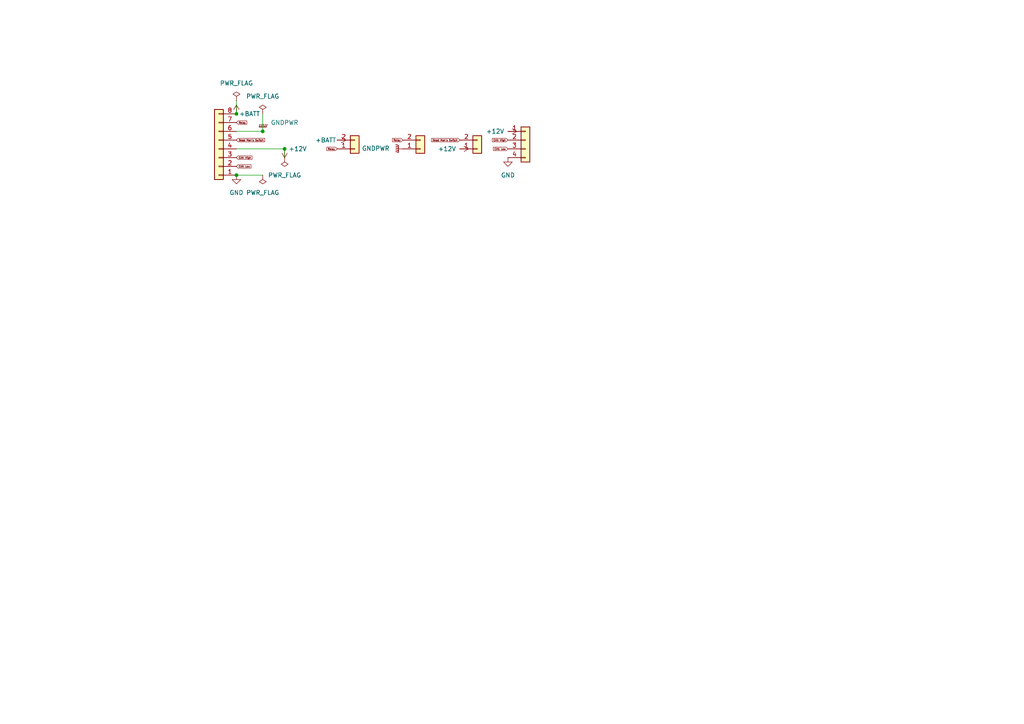
<source format=kicad_sch>
(kicad_sch (version 20250114) (generator "eeschema") (generator_version "9.0")
  (paper "A4")
  (lib_symbols
    (symbol "Connector_Generic:Conn_01x02" (pin_names (offset 1.016) (hide yes))
      (property "Reference" "J" (at 0 2.54 0))
      (property "Value" "Conn_01x02" (at 0 -5.08 0))
      (symbol "Conn_01x02_1_1"
        (rectangle (start -1.27 1.27) (end 1.27 -3.81) (stroke (width 0.254)) (fill (type background)))
        (rectangle (start -1.27 0.127) (end 0 -0.127) (stroke (width 0.1524)))
        (rectangle (start -1.27 -2.413) (end 0 -2.667) (stroke (width 0.1524)))
        (pin passive line (at -5.08 0 0) (length 3.81) (name "Pin_1") (number "1"))
        (pin passive line (at -5.08 -2.54 0) (length 3.81) (name "Pin_2") (number "2"))
      )
    )
    (symbol "Connector_Generic:Conn_01x04" (pin_names (offset 1.016) (hide yes))
      (property "Reference" "J" (at 0 5.08 0))
      (property "Value" "Conn_01x04" (at 0 -7.62 0))
      (symbol "Conn_01x04_1_1"
        (rectangle (start -1.27 3.81) (end 1.27 -6.35) (stroke (width 0.254)) (fill (type background)))
        (rectangle (start -1.27 2.667) (end 0 2.413) (stroke (width 0.1524)))
        (rectangle (start -1.27 0.127) (end 0 -0.127) (stroke (width 0.1524)))
        (rectangle (start -1.27 -2.413) (end 0 -2.667) (stroke (width 0.1524)))
        (rectangle (start -1.27 -4.953) (end 0 -5.207) (stroke (width 0.1524)))
        (pin passive line (at -5.08 2.54 0) (length 3.81) (name "Pin_1") (number "1"))
        (pin passive line (at -5.08 0 0) (length 3.81) (name "Pin_2") (number "2"))
        (pin passive line (at -5.08 -2.54 0) (length 3.81) (name "Pin_3") (number "3"))
        (pin passive line (at -5.08 -5.08 0) (length 3.81) (name "Pin_4") (number "4"))
      )
    )
    (symbol "Connector_Generic:Conn_01x08" (pin_names (offset 1.016) (hide yes))
      (property "Reference" "J" (at 0 10.16 0))
      (property "Value" "Conn_01x08" (at 0 -12.7 0))
      (symbol "Conn_01x08_1_1"
        (rectangle (start -1.27 8.89) (end 1.27 -11.43) (stroke (width 0.254)) (fill (type background)))
        (rectangle (start -1.27 7.747) (end 0 7.493) (stroke (width 0.1524)))
        (rectangle (start -1.27 5.207) (end 0 4.953) (stroke (width 0.1524)))
        (rectangle (start -1.27 2.667) (end 0 2.413) (stroke (width 0.1524)))
        (rectangle (start -1.27 0.127) (end 0 -0.127) (stroke (width 0.1524)))
        (rectangle (start -1.27 -2.413) (end 0 -2.667) (stroke (width 0.1524)))
        (rectangle (start -1.27 -4.953) (end 0 -5.207) (stroke (width 0.1524)))
        (rectangle (start -1.27 -7.493) (end 0 -7.747) (stroke (width 0.1524)))
        (rectangle (start -1.27 -10.033) (end 0 -10.287) (stroke (width 0.1524)))
        (pin passive line (at -5.08 7.62 0) (length 3.81) (name "Pin_1") (number "1"))
        (pin passive line (at -5.08 5.08 0) (length 3.81) (name "Pin_2") (number "2"))
        (pin passive line (at -5.08 2.54 0) (length 3.81) (name "Pin_3") (number "3"))
        (pin passive line (at -5.08 0 0) (length 3.81) (name "Pin_4") (number "4"))
        (pin passive line (at -5.08 -2.54 0) (length 3.81) (name "Pin_5") (number "5"))
        (pin passive line (at -5.08 -5.08 0) (length 3.81) (name "Pin_6") (number "6"))
        (pin passive line (at -5.08 -7.62 0) (length 3.81) (name "Pin_7") (number "7"))
        (pin passive line (at -5.08 -10.16 0) (length 3.81) (name "Pin_8") (number "8"))
      )
    )
    (symbol "power:+12V" (power) (pin_numbers (hide yes)) (pin_names (offset 0) (hide yes))
      (property "Value" "+12V" (at 0 3.556 0))
      (symbol "+12V_0_1"
        (polyline (pts (xy -0.762 1.27) (xy 0 2.54)))
        (polyline (pts (xy 0 2.54) (xy 0.762 1.27)))
        (polyline (pts (xy 0 0) (xy 0 2.54)))
      )
      (symbol "+12V_1_1"
        (pin power_in line (at 0 0 90) (length 0) (name "~") (number "1"))
      )
    )
    (symbol "power:+BATT" (power) (pin_numbers (hide yes)) (pin_names (offset 0) (hide yes))
      (property "Value" "+BATT" (at 0 3.556 0))
      (symbol "+BATT_0_1"
        (polyline (pts (xy -0.762 1.27) (xy 0 2.54)))
        (polyline (pts (xy 0 2.54) (xy 0.762 1.27)))
        (polyline (pts (xy 0 0) (xy 0 2.54)))
      )
      (symbol "+BATT_1_1"
        (pin power_in line (at 0 0 90) (length 0) (name "~") (number "1"))
      )
    )
    (symbol "power:GND" (power) (pin_numbers (hide yes)) (pin_names (offset 0) (hide yes))
      (property "Value" "GND" (at 0 -3.81 0))
      (symbol "GND_0_1"
        (polyline (pts (xy 0 0) (xy 0 -1.27) (xy 1.27 -1.27) (xy 0 -2.54) (xy -1.27 -1.27) (xy 0 -1.27)))
      )
      (symbol "GND_1_1"
        (pin power_in line (at 0 0 270) (length 0) (name "~") (number "1"))
      )
    )
    (symbol "power:GNDPWR" (power) (pin_numbers (hide yes)) (pin_names (offset 0) (hide yes))
      (property "Value" "GNDPWR" (at 0 -3.302 0))
      (symbol "GNDPWR_0_1"
        (polyline (pts (xy -1.016 -1.27) (xy -1.27 -2.032) (xy -1.27 -2.032)) (stroke (width 0.2032)))
        (polyline (pts (xy -0.508 -1.27) (xy -0.762 -2.032) (xy -0.762 -2.032)) (stroke (width 0.2032)))
        (polyline (pts (xy 0 -1.27) (xy 0 0)))
        (polyline (pts (xy 0 -1.27) (xy -0.254 -2.032) (xy -0.254 -2.032)) (stroke (width 0.2032)))
        (polyline (pts (xy 0.508 -1.27) (xy 0.254 -2.032) (xy 0.254 -2.032)) (stroke (width 0.2032)))
        (polyline (pts (xy 1.016 -1.27) (xy -1.016 -1.27) (xy -1.016 -1.27)) (stroke (width 0.2032)))
        (polyline (pts (xy 1.016 -1.27) (xy 0.762 -2.032) (xy 0.762 -2.032) (xy 0.762 -2.032)) (stroke (width 0.2032)))
      )
      (symbol "GNDPWR_1_1"
        (pin power_in line (at 0 0 270) (length 0) (name "~") (number "1"))
      )
    )
    (symbol "power:PWR_FLAG" (power) (pin_numbers (hide yes)) (pin_names (offset 0) (hide yes))
      (property "Value" "PWR_FLAG" (at 0 3.81 0))
      (symbol "PWR_FLAG_0_0"
        (pin power_out line (at 0 0 90) (length 0) (name "~") (number "1"))
      )
      (symbol "PWR_FLAG_0_1"
        (polyline (pts (xy 0 0) (xy 0 1.27) (xy -1.016 1.905) (xy 0 2.54) (xy 1.016 1.905) (xy 0 1.27)))
      )
    )
  )
  (junction (at 82.55 43.18))
  (junction (at 68.58 33.02))
  (junction (at 68.58 50.8))
  (junction (at 76.2 38.1))
  (wire (pts (xy 76.2 33.02) (xy 76.2 38.1)))
  (wire (pts (xy 68.58 43.18) (xy 82.55 43.18)))
  (wire (pts (xy 68.58 50.8) (xy 76.2 50.8)))
  (wire (pts (xy 68.58 38.1) (xy 76.2 38.1)))
  (wire (pts (xy 82.55 43.18) (xy 82.55 45.72)))
  (wire (pts (xy 68.58 29.21) (xy 68.58 33.02)))
  (global_label "Relay" (shape input) (at 97.79 43.18 180) (effects (font (size 0.508 0.508))) (property "Intersheetrefs" "${INTERSHEET_REFS}" (effects (hide yes))))
  (global_label "CAN Low" (shape input) (at 147.32 43.18 180) (effects (font (size 0.508 0.508))) (property "Intersheetrefs" "${INTERSHEET_REFS}" (effects (hide yes))))
  (global_label "Dead Man's Switch" (shape input) (at 133.35 40.64 180) (effects (font (size 0.508 0.508))) (property "Intersheetrefs" "${INTERSHEET_REFS}" (effects (hide yes))))
  (global_label "Relay" (shape input) (at 68.58 35.56 0) (effects (font (size 0.508 0.508))) (property "Intersheetrefs" "${INTERSHEET_REFS}" (effects (hide yes))))
  (global_label "Dead Man's Switch" (shape input) (at 68.58 40.64 0) (effects (font (size 0.508 0.508))) (property "Intersheetrefs" "${INTERSHEET_REFS}" (effects (hide yes))))
  (global_label "CAN High" (shape input) (at 68.58 45.72 0) (effects (font (size 0.508 0.508))) (property "Intersheetrefs" "${INTERSHEET_REFS}" (effects (hide yes))))
  (global_label "CAN High" (shape input) (at 147.32 40.64 180) (effects (font (size 0.508 0.508))) (property "Intersheetrefs" "${INTERSHEET_REFS}" (effects (hide yes))))
  (global_label "Relay" (shape input) (at 116.84 40.64 180) (effects (font (size 0.508 0.508))) (property "Intersheetrefs" "${INTERSHEET_REFS}" (effects (hide yes))))
  (global_label "CAN Low" (shape input) (at 68.58 48.26 0) (effects (font (size 0.508 0.508))) (property "Intersheetrefs" "${INTERSHEET_REFS}" (effects (hide yes))))
  (symbol (lib_id "power:PWR_FLAG") (at 68.58 29.21 0) (unit 1)
    (property "Reference" "#FLG07" (effects (hide yes)))
    (property "Value" "PWR_FLAG" (at 68.58 24.13 0))
    (property "Description" "Special symbol for telling ERC where power comes from" (effects (hide yes)))
  )
  (symbol (lib_id "power:+12V") (at 147.32 38.1 270) (unit 1)
    (property "Reference" "#PWR014" (effects (hide yes)))
    (property "Value" "+12V" (at 140.97 38.1 90) (effects (justify left)))
    (property "Description" "Power symbol creates a global label with name \"+12V\"" (effects (hide yes)))
  )
  (symbol (lib_id "Connector_Generic:Conn_01x02") (at 102.87 43.18 0) (mirror x) (unit 1)
    (property "Reference" "J6" (effects (hide yes)))
    (property "Value" "Conn_01x02" (effects (hide yes)))
    (property "Footprint" "Connector_PinHeader_2.54mm:PinHeader_1x02_P2.54mm_Vertical" (effects (hide yes)))
    (property "Description" "Generic connector, single row, 01x02, script generated (kicad-library-utils/schlib/autogen/connector/)" (effects (hide yes)))
  )
  (symbol (lib_id "Connector_Generic:Conn_01x02") (at 121.92 43.18 0) (mirror x) (unit 1)
    (property "Reference" "J7" (effects (hide yes)))
    (property "Value" "Conn_01x02" (effects (hide yes)))
    (property "Footprint" "Connector_PinHeader_2.54mm:PinHeader_1x02_P2.54mm_Vertical" (effects (hide yes)))
    (property "Description" "Generic connector, single row, 01x02, script generated (kicad-library-utils/schlib/autogen/connector/)" (effects (hide yes)))
  )
  (symbol (lib_id "power:+12V") (at 133.35 43.18 270) (unit 1)
    (property "Reference" "#PWR09" (effects (hide yes)))
    (property "Value" "+12V" (at 127 43.18 90) (effects (justify left)))
    (property "Description" "Power symbol creates a global label with name \"+12V\"" (effects (hide yes)))
  )
  (symbol (lib_id "power:PWR_FLAG") (at 76.2 50.8 180) (unit 1)
    (property "Reference" "#FLG01" (effects (hide yes)))
    (property "Value" "PWR_FLAG" (at 76.2 55.88 0))
    (property "Description" "Special symbol for telling ERC where power comes from" (effects (hide yes)))
  )
  (symbol (lib_id "power:GNDPWR") (at 76.2 38.1 180) (unit 1)
    (property "Reference" "#PWR012" (effects (hide yes)))
    (property "Value" "GNDPWR" (at 82.55 35.56 0))
    (property "Description" "Power symbol creates a global label with name \"GNDPWR\" , global ground" (effects (hide yes)))
  )
  (symbol (lib_id "power:GNDPWR") (at 116.84 43.18 270) (unit 1)
    (property "Reference" "#PWR08" (effects (hide yes)))
    (property "Value" "GNDPWR" (at 113.03 43.0529 90) (effects (justify right)))
    (property "Description" "Power symbol creates a global label with name \"GNDPWR\" , global ground" (effects (hide yes)))
  )
  (symbol (lib_id "power:GND") (at 147.32 45.72 0) (unit 1)
    (property "Reference" "#PWR02" (effects (hide yes)))
    (property "Value" "GND" (at 147.32 50.8 0))
    (property "Description" "Power symbol creates a global label with name \"GND\" , ground" (effects (hide yes)))
  )
  (symbol (lib_id "Connector_Generic:Conn_01x04") (at 152.4 40.64 0) (unit 1)
    (property "Reference" "J10" (effects (hide yes)))
    (property "Value" "Conn_01x04" (effects (hide yes)))
    (property "Footprint" "Connector_PinHeader_2.54mm:PinHeader_1x04_P2.54mm_Vertical" (effects (hide yes)))
    (property "Description" "Generic connector, single row, 01x04, script generated (kicad-library-utils/schlib/autogen/connector/)" (effects (hide yes)))
  )
  (symbol (lib_id "power:PWR_FLAG") (at 82.55 45.72 180) (unit 1)
    (property "Reference" "#FLG09" (effects (hide yes)))
    (property "Value" "PWR_FLAG" (at 82.55 50.8 0))
    (property "Description" "Special symbol for telling ERC where power comes from" (effects (hide yes)))
  )
  (symbol (lib_id "Connector_Generic:Conn_01x02") (at 138.43 43.18 0) (mirror x) (unit 1)
    (property "Reference" "J8" (effects (hide yes)))
    (property "Value" "Conn_01x02" (effects (hide yes)))
    (property "Footprint" "Connector_PinHeader_2.54mm:PinHeader_1x02_P2.54mm_Vertical" (effects (hide yes)))
    (property "Description" "Generic connector, single row, 01x02, script generated (kicad-library-utils/schlib/autogen/connector/)" (effects (hide yes)))
  )
  (symbol (lib_id "power:+BATT") (at 68.58 33.02 0) (unit 1)
    (property "Reference" "#PWR010" (effects (hide yes)))
    (property "Value" "+BATT" (at 72.39 33.02 0))
    (property "Description" "Power symbol creates a global label with name \"+BATT\"" (effects (hide yes)))
  )
  (symbol (lib_id "power:+BATT") (at 97.79 40.64 270) (unit 1)
    (property "Reference" "#PWR07" (effects (hide yes)))
    (property "Value" "+BATT" (at 91.44 40.64 90) (effects (justify left)))
    (property "Description" "Power symbol creates a global label with name \"+BATT\"" (effects (hide yes)))
  )
  (symbol (lib_id "power:+12V") (at 82.55 43.18 180) (unit 1)
    (property "Reference" "#PWR013" (effects (hide yes)))
    (property "Value" "+12V" (at 86.36 43.18 0))
    (property "Description" "Power symbol creates a global label with name \"+12V\"" (effects (hide yes)))
  )
  (symbol (lib_id "power:GND") (at 68.58 50.8 0) (unit 1)
    (property "Reference" "#PWR01" (effects (hide yes)))
    (property "Value" "GND" (at 68.58 55.88 0))
    (property "Description" "Power symbol creates a global label with name \"GND\" , ground" (effects (hide yes)))
  )
  (symbol (lib_id "Connector_Generic:Conn_01x08") (at 63.5 43.18 180) (unit 1)
    (property "Reference" "J9" (effects (hide yes)))
    (property "Value" "Conn_01x08" (effects (hide yes)))
    (property "Footprint" "Connector_PinHeader_2.54mm:PinHeader_1x08_P2.54mm_Vertical" (effects (hide yes)))
    (property "Description" "Generic connector, single row, 01x08, script generated (kicad-library-utils/schlib/autogen/connector/)" (effects (hide yes)))
  )
  (symbol (lib_id "power:PWR_FLAG") (at 76.2 33.02 0) (unit 1)
    (property "Reference" "#FLG08" (effects (hide yes)))
    (property "Value" "PWR_FLAG" (at 76.2 27.94 0))
    (property "Description" "Special symbol for telling ERC where power comes from" (effects (hide yes)))
  )
)
</source>
